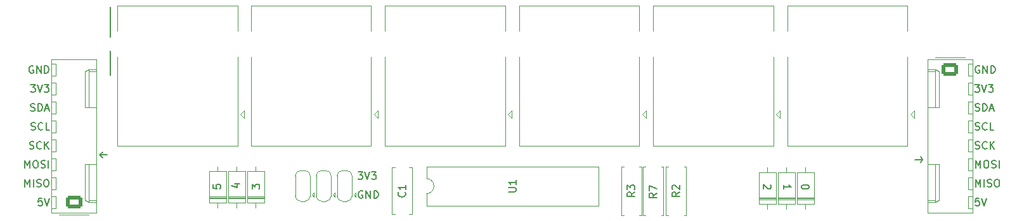
<source format=gto>
G04 #@! TF.GenerationSoftware,KiCad,Pcbnew,7.0.1*
G04 #@! TF.CreationDate,2023-07-05T16:18:13-05:00*
G04 #@! TF.ProjectId,pn5180 mcp23008 breakout board,706e3531-3830-4206-9d63-703233303038,rev?*
G04 #@! TF.SameCoordinates,Original*
G04 #@! TF.FileFunction,Legend,Top*
G04 #@! TF.FilePolarity,Positive*
%FSLAX46Y46*%
G04 Gerber Fmt 4.6, Leading zero omitted, Abs format (unit mm)*
G04 Created by KiCad (PCBNEW 7.0.1) date 2023-07-05 16:18:13*
%MOMM*%
%LPD*%
G01*
G04 APERTURE LIST*
G04 Aperture macros list*
%AMRoundRect*
0 Rectangle with rounded corners*
0 $1 Rounding radius*
0 $2 $3 $4 $5 $6 $7 $8 $9 X,Y pos of 4 corners*
0 Add a 4 corners polygon primitive as box body*
4,1,4,$2,$3,$4,$5,$6,$7,$8,$9,$2,$3,0*
0 Add four circle primitives for the rounded corners*
1,1,$1+$1,$2,$3*
1,1,$1+$1,$4,$5*
1,1,$1+$1,$6,$7*
1,1,$1+$1,$8,$9*
0 Add four rect primitives between the rounded corners*
20,1,$1+$1,$2,$3,$4,$5,0*
20,1,$1+$1,$4,$5,$6,$7,0*
20,1,$1+$1,$6,$7,$8,$9,0*
20,1,$1+$1,$8,$9,$2,$3,0*%
%AMFreePoly0*
4,1,19,0.550000,-0.750000,0.000000,-0.750000,0.000000,-0.744911,-0.071157,-0.744911,-0.207708,-0.704816,-0.327430,-0.627875,-0.420627,-0.520320,-0.479746,-0.390866,-0.500000,-0.250000,-0.500000,0.250000,-0.479746,0.390866,-0.420627,0.520320,-0.327430,0.627875,-0.207708,0.704816,-0.071157,0.744911,0.000000,0.744911,0.000000,0.750000,0.550000,0.750000,0.550000,-0.750000,0.550000,-0.750000,
$1*%
%AMFreePoly1*
4,1,19,0.000000,0.744911,0.071157,0.744911,0.207708,0.704816,0.327430,0.627875,0.420627,0.520320,0.479746,0.390866,0.500000,0.250000,0.500000,-0.250000,0.479746,-0.390866,0.420627,-0.520320,0.327430,-0.627875,0.207708,-0.704816,0.071157,-0.744911,0.000000,-0.744911,0.000000,-0.750000,-0.550000,-0.750000,-0.550000,0.750000,0.000000,0.750000,0.000000,0.744911,0.000000,0.744911,
$1*%
G04 Aperture macros list end*
%ADD10C,0.150000*%
%ADD11C,0.120000*%
%ADD12R,1.600000X1.600000*%
%ADD13O,1.600000X1.600000*%
%ADD14C,3.000000*%
%ADD15C,1.500000*%
%ADD16R,1.500000X1.500000*%
%ADD17C,3.250000*%
%ADD18C,3.200000*%
%ADD19FreePoly0,90.000000*%
%ADD20R,1.500000X1.000000*%
%ADD21FreePoly1,90.000000*%
%ADD22RoundRect,0.250000X-0.845000X0.620000X-0.845000X-0.620000X0.845000X-0.620000X0.845000X0.620000X0*%
%ADD23O,2.190000X1.740000*%
%ADD24C,1.600000*%
%ADD25RoundRect,0.250000X0.845000X-0.620000X0.845000X0.620000X-0.845000X0.620000X-0.845000X-0.620000X0*%
G04 APERTURE END LIST*
D10*
X93853000Y-96774000D02*
X94234000Y-97155000D01*
X93853000Y-96774000D02*
X94234000Y-96393000D01*
X94869000Y-96774000D02*
X93853000Y-96774000D01*
X202692000Y-97409000D02*
X203708000Y-97409000D01*
X203708000Y-97409000D02*
X203454000Y-97790000D01*
X203708000Y-97409000D02*
X203454000Y-97028000D01*
X95250000Y-76962000D02*
X95250000Y-86042500D01*
X210708857Y-87346619D02*
X211327904Y-87346619D01*
X211327904Y-87346619D02*
X210994571Y-87727571D01*
X210994571Y-87727571D02*
X211137428Y-87727571D01*
X211137428Y-87727571D02*
X211232666Y-87775190D01*
X211232666Y-87775190D02*
X211280285Y-87822809D01*
X211280285Y-87822809D02*
X211327904Y-87918047D01*
X211327904Y-87918047D02*
X211327904Y-88156142D01*
X211327904Y-88156142D02*
X211280285Y-88251380D01*
X211280285Y-88251380D02*
X211232666Y-88299000D01*
X211232666Y-88299000D02*
X211137428Y-88346619D01*
X211137428Y-88346619D02*
X210851714Y-88346619D01*
X210851714Y-88346619D02*
X210756476Y-88299000D01*
X210756476Y-88299000D02*
X210708857Y-88251380D01*
X211613619Y-87346619D02*
X211946952Y-88346619D01*
X211946952Y-88346619D02*
X212280285Y-87346619D01*
X212518381Y-87346619D02*
X213137428Y-87346619D01*
X213137428Y-87346619D02*
X212804095Y-87727571D01*
X212804095Y-87727571D02*
X212946952Y-87727571D01*
X212946952Y-87727571D02*
X213042190Y-87775190D01*
X213042190Y-87775190D02*
X213089809Y-87822809D01*
X213089809Y-87822809D02*
X213137428Y-87918047D01*
X213137428Y-87918047D02*
X213137428Y-88156142D01*
X213137428Y-88156142D02*
X213089809Y-88251380D01*
X213089809Y-88251380D02*
X213042190Y-88299000D01*
X213042190Y-88299000D02*
X212946952Y-88346619D01*
X212946952Y-88346619D02*
X212661238Y-88346619D01*
X212661238Y-88346619D02*
X212566000Y-88299000D01*
X212566000Y-88299000D02*
X212518381Y-88251380D01*
X86153761Y-102586619D02*
X85677571Y-102586619D01*
X85677571Y-102586619D02*
X85629952Y-103062809D01*
X85629952Y-103062809D02*
X85677571Y-103015190D01*
X85677571Y-103015190D02*
X85772809Y-102967571D01*
X85772809Y-102967571D02*
X86010904Y-102967571D01*
X86010904Y-102967571D02*
X86106142Y-103015190D01*
X86106142Y-103015190D02*
X86153761Y-103062809D01*
X86153761Y-103062809D02*
X86201380Y-103158047D01*
X86201380Y-103158047D02*
X86201380Y-103396142D01*
X86201380Y-103396142D02*
X86153761Y-103491380D01*
X86153761Y-103491380D02*
X86106142Y-103539000D01*
X86106142Y-103539000D02*
X86010904Y-103586619D01*
X86010904Y-103586619D02*
X85772809Y-103586619D01*
X85772809Y-103586619D02*
X85677571Y-103539000D01*
X85677571Y-103539000D02*
X85629952Y-103491380D01*
X86487095Y-102586619D02*
X86820428Y-103586619D01*
X86820428Y-103586619D02*
X87153761Y-102586619D01*
X83868048Y-98506619D02*
X83868048Y-97506619D01*
X83868048Y-97506619D02*
X84201381Y-98220904D01*
X84201381Y-98220904D02*
X84534714Y-97506619D01*
X84534714Y-97506619D02*
X84534714Y-98506619D01*
X85201381Y-97506619D02*
X85391857Y-97506619D01*
X85391857Y-97506619D02*
X85487095Y-97554238D01*
X85487095Y-97554238D02*
X85582333Y-97649476D01*
X85582333Y-97649476D02*
X85629952Y-97839952D01*
X85629952Y-97839952D02*
X85629952Y-98173285D01*
X85629952Y-98173285D02*
X85582333Y-98363761D01*
X85582333Y-98363761D02*
X85487095Y-98459000D01*
X85487095Y-98459000D02*
X85391857Y-98506619D01*
X85391857Y-98506619D02*
X85201381Y-98506619D01*
X85201381Y-98506619D02*
X85106143Y-98459000D01*
X85106143Y-98459000D02*
X85010905Y-98363761D01*
X85010905Y-98363761D02*
X84963286Y-98173285D01*
X84963286Y-98173285D02*
X84963286Y-97839952D01*
X84963286Y-97839952D02*
X85010905Y-97649476D01*
X85010905Y-97649476D02*
X85106143Y-97554238D01*
X85106143Y-97554238D02*
X85201381Y-97506619D01*
X86010905Y-98459000D02*
X86153762Y-98506619D01*
X86153762Y-98506619D02*
X86391857Y-98506619D01*
X86391857Y-98506619D02*
X86487095Y-98459000D01*
X86487095Y-98459000D02*
X86534714Y-98411380D01*
X86534714Y-98411380D02*
X86582333Y-98316142D01*
X86582333Y-98316142D02*
X86582333Y-98220904D01*
X86582333Y-98220904D02*
X86534714Y-98125666D01*
X86534714Y-98125666D02*
X86487095Y-98078047D01*
X86487095Y-98078047D02*
X86391857Y-98030428D01*
X86391857Y-98030428D02*
X86201381Y-97982809D01*
X86201381Y-97982809D02*
X86106143Y-97935190D01*
X86106143Y-97935190D02*
X86058524Y-97887571D01*
X86058524Y-97887571D02*
X86010905Y-97792333D01*
X86010905Y-97792333D02*
X86010905Y-97697095D01*
X86010905Y-97697095D02*
X86058524Y-97601857D01*
X86058524Y-97601857D02*
X86106143Y-97554238D01*
X86106143Y-97554238D02*
X86201381Y-97506619D01*
X86201381Y-97506619D02*
X86439476Y-97506619D01*
X86439476Y-97506619D02*
X86582333Y-97554238D01*
X87010905Y-98506619D02*
X87010905Y-97506619D01*
X128332857Y-99047619D02*
X128951904Y-99047619D01*
X128951904Y-99047619D02*
X128618571Y-99428571D01*
X128618571Y-99428571D02*
X128761428Y-99428571D01*
X128761428Y-99428571D02*
X128856666Y-99476190D01*
X128856666Y-99476190D02*
X128904285Y-99523809D01*
X128904285Y-99523809D02*
X128951904Y-99619047D01*
X128951904Y-99619047D02*
X128951904Y-99857142D01*
X128951904Y-99857142D02*
X128904285Y-99952380D01*
X128904285Y-99952380D02*
X128856666Y-100000000D01*
X128856666Y-100000000D02*
X128761428Y-100047619D01*
X128761428Y-100047619D02*
X128475714Y-100047619D01*
X128475714Y-100047619D02*
X128380476Y-100000000D01*
X128380476Y-100000000D02*
X128332857Y-99952380D01*
X129237619Y-99047619D02*
X129570952Y-100047619D01*
X129570952Y-100047619D02*
X129904285Y-99047619D01*
X130142381Y-99047619D02*
X130761428Y-99047619D01*
X130761428Y-99047619D02*
X130428095Y-99428571D01*
X130428095Y-99428571D02*
X130570952Y-99428571D01*
X130570952Y-99428571D02*
X130666190Y-99476190D01*
X130666190Y-99476190D02*
X130713809Y-99523809D01*
X130713809Y-99523809D02*
X130761428Y-99619047D01*
X130761428Y-99619047D02*
X130761428Y-99857142D01*
X130761428Y-99857142D02*
X130713809Y-99952380D01*
X130713809Y-99952380D02*
X130666190Y-100000000D01*
X130666190Y-100000000D02*
X130570952Y-100047619D01*
X130570952Y-100047619D02*
X130285238Y-100047619D01*
X130285238Y-100047619D02*
X130190000Y-100000000D01*
X130190000Y-100000000D02*
X130142381Y-99952380D01*
X83868048Y-101046619D02*
X83868048Y-100046619D01*
X83868048Y-100046619D02*
X84201381Y-100760904D01*
X84201381Y-100760904D02*
X84534714Y-100046619D01*
X84534714Y-100046619D02*
X84534714Y-101046619D01*
X85010905Y-101046619D02*
X85010905Y-100046619D01*
X85439476Y-100999000D02*
X85582333Y-101046619D01*
X85582333Y-101046619D02*
X85820428Y-101046619D01*
X85820428Y-101046619D02*
X85915666Y-100999000D01*
X85915666Y-100999000D02*
X85963285Y-100951380D01*
X85963285Y-100951380D02*
X86010904Y-100856142D01*
X86010904Y-100856142D02*
X86010904Y-100760904D01*
X86010904Y-100760904D02*
X85963285Y-100665666D01*
X85963285Y-100665666D02*
X85915666Y-100618047D01*
X85915666Y-100618047D02*
X85820428Y-100570428D01*
X85820428Y-100570428D02*
X85629952Y-100522809D01*
X85629952Y-100522809D02*
X85534714Y-100475190D01*
X85534714Y-100475190D02*
X85487095Y-100427571D01*
X85487095Y-100427571D02*
X85439476Y-100332333D01*
X85439476Y-100332333D02*
X85439476Y-100237095D01*
X85439476Y-100237095D02*
X85487095Y-100141857D01*
X85487095Y-100141857D02*
X85534714Y-100094238D01*
X85534714Y-100094238D02*
X85629952Y-100046619D01*
X85629952Y-100046619D02*
X85868047Y-100046619D01*
X85868047Y-100046619D02*
X86010904Y-100094238D01*
X86629952Y-100046619D02*
X86820428Y-100046619D01*
X86820428Y-100046619D02*
X86915666Y-100094238D01*
X86915666Y-100094238D02*
X87010904Y-100189476D01*
X87010904Y-100189476D02*
X87058523Y-100379952D01*
X87058523Y-100379952D02*
X87058523Y-100713285D01*
X87058523Y-100713285D02*
X87010904Y-100903761D01*
X87010904Y-100903761D02*
X86915666Y-100999000D01*
X86915666Y-100999000D02*
X86820428Y-101046619D01*
X86820428Y-101046619D02*
X86629952Y-101046619D01*
X86629952Y-101046619D02*
X86534714Y-100999000D01*
X86534714Y-100999000D02*
X86439476Y-100903761D01*
X86439476Y-100903761D02*
X86391857Y-100713285D01*
X86391857Y-100713285D02*
X86391857Y-100379952D01*
X86391857Y-100379952D02*
X86439476Y-100189476D01*
X86439476Y-100189476D02*
X86534714Y-100094238D01*
X86534714Y-100094238D02*
X86629952Y-100046619D01*
X211327904Y-84854238D02*
X211232666Y-84806619D01*
X211232666Y-84806619D02*
X211089809Y-84806619D01*
X211089809Y-84806619D02*
X210946952Y-84854238D01*
X210946952Y-84854238D02*
X210851714Y-84949476D01*
X210851714Y-84949476D02*
X210804095Y-85044714D01*
X210804095Y-85044714D02*
X210756476Y-85235190D01*
X210756476Y-85235190D02*
X210756476Y-85378047D01*
X210756476Y-85378047D02*
X210804095Y-85568523D01*
X210804095Y-85568523D02*
X210851714Y-85663761D01*
X210851714Y-85663761D02*
X210946952Y-85759000D01*
X210946952Y-85759000D02*
X211089809Y-85806619D01*
X211089809Y-85806619D02*
X211185047Y-85806619D01*
X211185047Y-85806619D02*
X211327904Y-85759000D01*
X211327904Y-85759000D02*
X211375523Y-85711380D01*
X211375523Y-85711380D02*
X211375523Y-85378047D01*
X211375523Y-85378047D02*
X211185047Y-85378047D01*
X211804095Y-85806619D02*
X211804095Y-84806619D01*
X211804095Y-84806619D02*
X212375523Y-85806619D01*
X212375523Y-85806619D02*
X212375523Y-84806619D01*
X212851714Y-85806619D02*
X212851714Y-84806619D01*
X212851714Y-84806619D02*
X213089809Y-84806619D01*
X213089809Y-84806619D02*
X213232666Y-84854238D01*
X213232666Y-84854238D02*
X213327904Y-84949476D01*
X213327904Y-84949476D02*
X213375523Y-85044714D01*
X213375523Y-85044714D02*
X213423142Y-85235190D01*
X213423142Y-85235190D02*
X213423142Y-85378047D01*
X213423142Y-85378047D02*
X213375523Y-85568523D01*
X213375523Y-85568523D02*
X213327904Y-85663761D01*
X213327904Y-85663761D02*
X213232666Y-85759000D01*
X213232666Y-85759000D02*
X213089809Y-85806619D01*
X213089809Y-85806619D02*
X212851714Y-85806619D01*
X84629952Y-90839000D02*
X84772809Y-90886619D01*
X84772809Y-90886619D02*
X85010904Y-90886619D01*
X85010904Y-90886619D02*
X85106142Y-90839000D01*
X85106142Y-90839000D02*
X85153761Y-90791380D01*
X85153761Y-90791380D02*
X85201380Y-90696142D01*
X85201380Y-90696142D02*
X85201380Y-90600904D01*
X85201380Y-90600904D02*
X85153761Y-90505666D01*
X85153761Y-90505666D02*
X85106142Y-90458047D01*
X85106142Y-90458047D02*
X85010904Y-90410428D01*
X85010904Y-90410428D02*
X84820428Y-90362809D01*
X84820428Y-90362809D02*
X84725190Y-90315190D01*
X84725190Y-90315190D02*
X84677571Y-90267571D01*
X84677571Y-90267571D02*
X84629952Y-90172333D01*
X84629952Y-90172333D02*
X84629952Y-90077095D01*
X84629952Y-90077095D02*
X84677571Y-89981857D01*
X84677571Y-89981857D02*
X84725190Y-89934238D01*
X84725190Y-89934238D02*
X84820428Y-89886619D01*
X84820428Y-89886619D02*
X85058523Y-89886619D01*
X85058523Y-89886619D02*
X85201380Y-89934238D01*
X85629952Y-90886619D02*
X85629952Y-89886619D01*
X85629952Y-89886619D02*
X85868047Y-89886619D01*
X85868047Y-89886619D02*
X86010904Y-89934238D01*
X86010904Y-89934238D02*
X86106142Y-90029476D01*
X86106142Y-90029476D02*
X86153761Y-90124714D01*
X86153761Y-90124714D02*
X86201380Y-90315190D01*
X86201380Y-90315190D02*
X86201380Y-90458047D01*
X86201380Y-90458047D02*
X86153761Y-90648523D01*
X86153761Y-90648523D02*
X86106142Y-90743761D01*
X86106142Y-90743761D02*
X86010904Y-90839000D01*
X86010904Y-90839000D02*
X85868047Y-90886619D01*
X85868047Y-90886619D02*
X85629952Y-90886619D01*
X86582333Y-90600904D02*
X87058523Y-90600904D01*
X86487095Y-90886619D02*
X86820428Y-89886619D01*
X86820428Y-89886619D02*
X87153761Y-90886619D01*
X211280285Y-102586619D02*
X210804095Y-102586619D01*
X210804095Y-102586619D02*
X210756476Y-103062809D01*
X210756476Y-103062809D02*
X210804095Y-103015190D01*
X210804095Y-103015190D02*
X210899333Y-102967571D01*
X210899333Y-102967571D02*
X211137428Y-102967571D01*
X211137428Y-102967571D02*
X211232666Y-103015190D01*
X211232666Y-103015190D02*
X211280285Y-103062809D01*
X211280285Y-103062809D02*
X211327904Y-103158047D01*
X211327904Y-103158047D02*
X211327904Y-103396142D01*
X211327904Y-103396142D02*
X211280285Y-103491380D01*
X211280285Y-103491380D02*
X211232666Y-103539000D01*
X211232666Y-103539000D02*
X211137428Y-103586619D01*
X211137428Y-103586619D02*
X210899333Y-103586619D01*
X210899333Y-103586619D02*
X210804095Y-103539000D01*
X210804095Y-103539000D02*
X210756476Y-103491380D01*
X211613619Y-102586619D02*
X211946952Y-103586619D01*
X211946952Y-103586619D02*
X212280285Y-102586619D01*
X108986619Y-100758714D02*
X108986619Y-101234904D01*
X108986619Y-101234904D02*
X109462809Y-101282523D01*
X109462809Y-101282523D02*
X109415190Y-101234904D01*
X109415190Y-101234904D02*
X109367571Y-101139666D01*
X109367571Y-101139666D02*
X109367571Y-100901571D01*
X109367571Y-100901571D02*
X109415190Y-100806333D01*
X109415190Y-100806333D02*
X109462809Y-100758714D01*
X109462809Y-100758714D02*
X109558047Y-100711095D01*
X109558047Y-100711095D02*
X109796142Y-100711095D01*
X109796142Y-100711095D02*
X109891380Y-100758714D01*
X109891380Y-100758714D02*
X109939000Y-100806333D01*
X109939000Y-100806333D02*
X109986619Y-100901571D01*
X109986619Y-100901571D02*
X109986619Y-101139666D01*
X109986619Y-101139666D02*
X109939000Y-101234904D01*
X109939000Y-101234904D02*
X109891380Y-101282523D01*
X84963285Y-84854238D02*
X84868047Y-84806619D01*
X84868047Y-84806619D02*
X84725190Y-84806619D01*
X84725190Y-84806619D02*
X84582333Y-84854238D01*
X84582333Y-84854238D02*
X84487095Y-84949476D01*
X84487095Y-84949476D02*
X84439476Y-85044714D01*
X84439476Y-85044714D02*
X84391857Y-85235190D01*
X84391857Y-85235190D02*
X84391857Y-85378047D01*
X84391857Y-85378047D02*
X84439476Y-85568523D01*
X84439476Y-85568523D02*
X84487095Y-85663761D01*
X84487095Y-85663761D02*
X84582333Y-85759000D01*
X84582333Y-85759000D02*
X84725190Y-85806619D01*
X84725190Y-85806619D02*
X84820428Y-85806619D01*
X84820428Y-85806619D02*
X84963285Y-85759000D01*
X84963285Y-85759000D02*
X85010904Y-85711380D01*
X85010904Y-85711380D02*
X85010904Y-85378047D01*
X85010904Y-85378047D02*
X84820428Y-85378047D01*
X85439476Y-85806619D02*
X85439476Y-84806619D01*
X85439476Y-84806619D02*
X86010904Y-85806619D01*
X86010904Y-85806619D02*
X86010904Y-84806619D01*
X86487095Y-85806619D02*
X86487095Y-84806619D01*
X86487095Y-84806619D02*
X86725190Y-84806619D01*
X86725190Y-84806619D02*
X86868047Y-84854238D01*
X86868047Y-84854238D02*
X86963285Y-84949476D01*
X86963285Y-84949476D02*
X87010904Y-85044714D01*
X87010904Y-85044714D02*
X87058523Y-85235190D01*
X87058523Y-85235190D02*
X87058523Y-85378047D01*
X87058523Y-85378047D02*
X87010904Y-85568523D01*
X87010904Y-85568523D02*
X86963285Y-85663761D01*
X86963285Y-85663761D02*
X86868047Y-85759000D01*
X86868047Y-85759000D02*
X86725190Y-85806619D01*
X86725190Y-85806619D02*
X86487095Y-85806619D01*
X111859952Y-100679333D02*
X112526619Y-100679333D01*
X111479000Y-100917428D02*
X112193285Y-101155523D01*
X112193285Y-101155523D02*
X112193285Y-100536476D01*
X210756476Y-95919000D02*
X210899333Y-95966619D01*
X210899333Y-95966619D02*
X211137428Y-95966619D01*
X211137428Y-95966619D02*
X211232666Y-95919000D01*
X211232666Y-95919000D02*
X211280285Y-95871380D01*
X211280285Y-95871380D02*
X211327904Y-95776142D01*
X211327904Y-95776142D02*
X211327904Y-95680904D01*
X211327904Y-95680904D02*
X211280285Y-95585666D01*
X211280285Y-95585666D02*
X211232666Y-95538047D01*
X211232666Y-95538047D02*
X211137428Y-95490428D01*
X211137428Y-95490428D02*
X210946952Y-95442809D01*
X210946952Y-95442809D02*
X210851714Y-95395190D01*
X210851714Y-95395190D02*
X210804095Y-95347571D01*
X210804095Y-95347571D02*
X210756476Y-95252333D01*
X210756476Y-95252333D02*
X210756476Y-95157095D01*
X210756476Y-95157095D02*
X210804095Y-95061857D01*
X210804095Y-95061857D02*
X210851714Y-95014238D01*
X210851714Y-95014238D02*
X210946952Y-94966619D01*
X210946952Y-94966619D02*
X211185047Y-94966619D01*
X211185047Y-94966619D02*
X211327904Y-95014238D01*
X212327904Y-95871380D02*
X212280285Y-95919000D01*
X212280285Y-95919000D02*
X212137428Y-95966619D01*
X212137428Y-95966619D02*
X212042190Y-95966619D01*
X212042190Y-95966619D02*
X211899333Y-95919000D01*
X211899333Y-95919000D02*
X211804095Y-95823761D01*
X211804095Y-95823761D02*
X211756476Y-95728523D01*
X211756476Y-95728523D02*
X211708857Y-95538047D01*
X211708857Y-95538047D02*
X211708857Y-95395190D01*
X211708857Y-95395190D02*
X211756476Y-95204714D01*
X211756476Y-95204714D02*
X211804095Y-95109476D01*
X211804095Y-95109476D02*
X211899333Y-95014238D01*
X211899333Y-95014238D02*
X212042190Y-94966619D01*
X212042190Y-94966619D02*
X212137428Y-94966619D01*
X212137428Y-94966619D02*
X212280285Y-95014238D01*
X212280285Y-95014238D02*
X212327904Y-95061857D01*
X212756476Y-95966619D02*
X212756476Y-94966619D01*
X213327904Y-95966619D02*
X212899333Y-95395190D01*
X213327904Y-94966619D02*
X212756476Y-95538047D01*
X188574380Y-101012571D02*
X188574380Y-101107809D01*
X188574380Y-101107809D02*
X188526761Y-101203047D01*
X188526761Y-101203047D02*
X188479142Y-101250666D01*
X188479142Y-101250666D02*
X188383904Y-101298285D01*
X188383904Y-101298285D02*
X188193428Y-101345904D01*
X188193428Y-101345904D02*
X187955333Y-101345904D01*
X187955333Y-101345904D02*
X187764857Y-101298285D01*
X187764857Y-101298285D02*
X187669619Y-101250666D01*
X187669619Y-101250666D02*
X187622000Y-101203047D01*
X187622000Y-101203047D02*
X187574380Y-101107809D01*
X187574380Y-101107809D02*
X187574380Y-101012571D01*
X187574380Y-101012571D02*
X187622000Y-100917333D01*
X187622000Y-100917333D02*
X187669619Y-100869714D01*
X187669619Y-100869714D02*
X187764857Y-100822095D01*
X187764857Y-100822095D02*
X187955333Y-100774476D01*
X187955333Y-100774476D02*
X188193428Y-100774476D01*
X188193428Y-100774476D02*
X188383904Y-100822095D01*
X188383904Y-100822095D02*
X188479142Y-100869714D01*
X188479142Y-100869714D02*
X188526761Y-100917333D01*
X188526761Y-100917333D02*
X188574380Y-101012571D01*
X185161380Y-101345904D02*
X185161380Y-100774476D01*
X185161380Y-101060190D02*
X186161380Y-101060190D01*
X186161380Y-101060190D02*
X186018523Y-100964952D01*
X186018523Y-100964952D02*
X185923285Y-100869714D01*
X185923285Y-100869714D02*
X185875666Y-100774476D01*
X84487095Y-95919000D02*
X84629952Y-95966619D01*
X84629952Y-95966619D02*
X84868047Y-95966619D01*
X84868047Y-95966619D02*
X84963285Y-95919000D01*
X84963285Y-95919000D02*
X85010904Y-95871380D01*
X85010904Y-95871380D02*
X85058523Y-95776142D01*
X85058523Y-95776142D02*
X85058523Y-95680904D01*
X85058523Y-95680904D02*
X85010904Y-95585666D01*
X85010904Y-95585666D02*
X84963285Y-95538047D01*
X84963285Y-95538047D02*
X84868047Y-95490428D01*
X84868047Y-95490428D02*
X84677571Y-95442809D01*
X84677571Y-95442809D02*
X84582333Y-95395190D01*
X84582333Y-95395190D02*
X84534714Y-95347571D01*
X84534714Y-95347571D02*
X84487095Y-95252333D01*
X84487095Y-95252333D02*
X84487095Y-95157095D01*
X84487095Y-95157095D02*
X84534714Y-95061857D01*
X84534714Y-95061857D02*
X84582333Y-95014238D01*
X84582333Y-95014238D02*
X84677571Y-94966619D01*
X84677571Y-94966619D02*
X84915666Y-94966619D01*
X84915666Y-94966619D02*
X85058523Y-95014238D01*
X86058523Y-95871380D02*
X86010904Y-95919000D01*
X86010904Y-95919000D02*
X85868047Y-95966619D01*
X85868047Y-95966619D02*
X85772809Y-95966619D01*
X85772809Y-95966619D02*
X85629952Y-95919000D01*
X85629952Y-95919000D02*
X85534714Y-95823761D01*
X85534714Y-95823761D02*
X85487095Y-95728523D01*
X85487095Y-95728523D02*
X85439476Y-95538047D01*
X85439476Y-95538047D02*
X85439476Y-95395190D01*
X85439476Y-95395190D02*
X85487095Y-95204714D01*
X85487095Y-95204714D02*
X85534714Y-95109476D01*
X85534714Y-95109476D02*
X85629952Y-95014238D01*
X85629952Y-95014238D02*
X85772809Y-94966619D01*
X85772809Y-94966619D02*
X85868047Y-94966619D01*
X85868047Y-94966619D02*
X86010904Y-95014238D01*
X86010904Y-95014238D02*
X86058523Y-95061857D01*
X86487095Y-95966619D02*
X86487095Y-94966619D01*
X87058523Y-95966619D02*
X86629952Y-95395190D01*
X87058523Y-94966619D02*
X86487095Y-95538047D01*
X128951904Y-101635238D02*
X128856666Y-101587619D01*
X128856666Y-101587619D02*
X128713809Y-101587619D01*
X128713809Y-101587619D02*
X128570952Y-101635238D01*
X128570952Y-101635238D02*
X128475714Y-101730476D01*
X128475714Y-101730476D02*
X128428095Y-101825714D01*
X128428095Y-101825714D02*
X128380476Y-102016190D01*
X128380476Y-102016190D02*
X128380476Y-102159047D01*
X128380476Y-102159047D02*
X128428095Y-102349523D01*
X128428095Y-102349523D02*
X128475714Y-102444761D01*
X128475714Y-102444761D02*
X128570952Y-102540000D01*
X128570952Y-102540000D02*
X128713809Y-102587619D01*
X128713809Y-102587619D02*
X128809047Y-102587619D01*
X128809047Y-102587619D02*
X128951904Y-102540000D01*
X128951904Y-102540000D02*
X128999523Y-102492380D01*
X128999523Y-102492380D02*
X128999523Y-102159047D01*
X128999523Y-102159047D02*
X128809047Y-102159047D01*
X129428095Y-102587619D02*
X129428095Y-101587619D01*
X129428095Y-101587619D02*
X129999523Y-102587619D01*
X129999523Y-102587619D02*
X129999523Y-101587619D01*
X130475714Y-102587619D02*
X130475714Y-101587619D01*
X130475714Y-101587619D02*
X130713809Y-101587619D01*
X130713809Y-101587619D02*
X130856666Y-101635238D01*
X130856666Y-101635238D02*
X130951904Y-101730476D01*
X130951904Y-101730476D02*
X130999523Y-101825714D01*
X130999523Y-101825714D02*
X131047142Y-102016190D01*
X131047142Y-102016190D02*
X131047142Y-102159047D01*
X131047142Y-102159047D02*
X130999523Y-102349523D01*
X130999523Y-102349523D02*
X130951904Y-102444761D01*
X130951904Y-102444761D02*
X130856666Y-102540000D01*
X130856666Y-102540000D02*
X130713809Y-102587619D01*
X130713809Y-102587619D02*
X130475714Y-102587619D01*
X210804095Y-101046619D02*
X210804095Y-100046619D01*
X210804095Y-100046619D02*
X211137428Y-100760904D01*
X211137428Y-100760904D02*
X211470761Y-100046619D01*
X211470761Y-100046619D02*
X211470761Y-101046619D01*
X211946952Y-101046619D02*
X211946952Y-100046619D01*
X212375523Y-100999000D02*
X212518380Y-101046619D01*
X212518380Y-101046619D02*
X212756475Y-101046619D01*
X212756475Y-101046619D02*
X212851713Y-100999000D01*
X212851713Y-100999000D02*
X212899332Y-100951380D01*
X212899332Y-100951380D02*
X212946951Y-100856142D01*
X212946951Y-100856142D02*
X212946951Y-100760904D01*
X212946951Y-100760904D02*
X212899332Y-100665666D01*
X212899332Y-100665666D02*
X212851713Y-100618047D01*
X212851713Y-100618047D02*
X212756475Y-100570428D01*
X212756475Y-100570428D02*
X212565999Y-100522809D01*
X212565999Y-100522809D02*
X212470761Y-100475190D01*
X212470761Y-100475190D02*
X212423142Y-100427571D01*
X212423142Y-100427571D02*
X212375523Y-100332333D01*
X212375523Y-100332333D02*
X212375523Y-100237095D01*
X212375523Y-100237095D02*
X212423142Y-100141857D01*
X212423142Y-100141857D02*
X212470761Y-100094238D01*
X212470761Y-100094238D02*
X212565999Y-100046619D01*
X212565999Y-100046619D02*
X212804094Y-100046619D01*
X212804094Y-100046619D02*
X212946951Y-100094238D01*
X213565999Y-100046619D02*
X213756475Y-100046619D01*
X213756475Y-100046619D02*
X213851713Y-100094238D01*
X213851713Y-100094238D02*
X213946951Y-100189476D01*
X213946951Y-100189476D02*
X213994570Y-100379952D01*
X213994570Y-100379952D02*
X213994570Y-100713285D01*
X213994570Y-100713285D02*
X213946951Y-100903761D01*
X213946951Y-100903761D02*
X213851713Y-100999000D01*
X213851713Y-100999000D02*
X213756475Y-101046619D01*
X213756475Y-101046619D02*
X213565999Y-101046619D01*
X213565999Y-101046619D02*
X213470761Y-100999000D01*
X213470761Y-100999000D02*
X213375523Y-100903761D01*
X213375523Y-100903761D02*
X213327904Y-100713285D01*
X213327904Y-100713285D02*
X213327904Y-100379952D01*
X213327904Y-100379952D02*
X213375523Y-100189476D01*
X213375523Y-100189476D02*
X213470761Y-100094238D01*
X213470761Y-100094238D02*
X213565999Y-100046619D01*
X210756476Y-90839000D02*
X210899333Y-90886619D01*
X210899333Y-90886619D02*
X211137428Y-90886619D01*
X211137428Y-90886619D02*
X211232666Y-90839000D01*
X211232666Y-90839000D02*
X211280285Y-90791380D01*
X211280285Y-90791380D02*
X211327904Y-90696142D01*
X211327904Y-90696142D02*
X211327904Y-90600904D01*
X211327904Y-90600904D02*
X211280285Y-90505666D01*
X211280285Y-90505666D02*
X211232666Y-90458047D01*
X211232666Y-90458047D02*
X211137428Y-90410428D01*
X211137428Y-90410428D02*
X210946952Y-90362809D01*
X210946952Y-90362809D02*
X210851714Y-90315190D01*
X210851714Y-90315190D02*
X210804095Y-90267571D01*
X210804095Y-90267571D02*
X210756476Y-90172333D01*
X210756476Y-90172333D02*
X210756476Y-90077095D01*
X210756476Y-90077095D02*
X210804095Y-89981857D01*
X210804095Y-89981857D02*
X210851714Y-89934238D01*
X210851714Y-89934238D02*
X210946952Y-89886619D01*
X210946952Y-89886619D02*
X211185047Y-89886619D01*
X211185047Y-89886619D02*
X211327904Y-89934238D01*
X211756476Y-90886619D02*
X211756476Y-89886619D01*
X211756476Y-89886619D02*
X211994571Y-89886619D01*
X211994571Y-89886619D02*
X212137428Y-89934238D01*
X212137428Y-89934238D02*
X212232666Y-90029476D01*
X212232666Y-90029476D02*
X212280285Y-90124714D01*
X212280285Y-90124714D02*
X212327904Y-90315190D01*
X212327904Y-90315190D02*
X212327904Y-90458047D01*
X212327904Y-90458047D02*
X212280285Y-90648523D01*
X212280285Y-90648523D02*
X212232666Y-90743761D01*
X212232666Y-90743761D02*
X212137428Y-90839000D01*
X212137428Y-90839000D02*
X211994571Y-90886619D01*
X211994571Y-90886619D02*
X211756476Y-90886619D01*
X212708857Y-90600904D02*
X213185047Y-90600904D01*
X212613619Y-90886619D02*
X212946952Y-89886619D01*
X212946952Y-89886619D02*
X213280285Y-90886619D01*
X84677571Y-93379000D02*
X84820428Y-93426619D01*
X84820428Y-93426619D02*
X85058523Y-93426619D01*
X85058523Y-93426619D02*
X85153761Y-93379000D01*
X85153761Y-93379000D02*
X85201380Y-93331380D01*
X85201380Y-93331380D02*
X85248999Y-93236142D01*
X85248999Y-93236142D02*
X85248999Y-93140904D01*
X85248999Y-93140904D02*
X85201380Y-93045666D01*
X85201380Y-93045666D02*
X85153761Y-92998047D01*
X85153761Y-92998047D02*
X85058523Y-92950428D01*
X85058523Y-92950428D02*
X84868047Y-92902809D01*
X84868047Y-92902809D02*
X84772809Y-92855190D01*
X84772809Y-92855190D02*
X84725190Y-92807571D01*
X84725190Y-92807571D02*
X84677571Y-92712333D01*
X84677571Y-92712333D02*
X84677571Y-92617095D01*
X84677571Y-92617095D02*
X84725190Y-92521857D01*
X84725190Y-92521857D02*
X84772809Y-92474238D01*
X84772809Y-92474238D02*
X84868047Y-92426619D01*
X84868047Y-92426619D02*
X85106142Y-92426619D01*
X85106142Y-92426619D02*
X85248999Y-92474238D01*
X86248999Y-93331380D02*
X86201380Y-93379000D01*
X86201380Y-93379000D02*
X86058523Y-93426619D01*
X86058523Y-93426619D02*
X85963285Y-93426619D01*
X85963285Y-93426619D02*
X85820428Y-93379000D01*
X85820428Y-93379000D02*
X85725190Y-93283761D01*
X85725190Y-93283761D02*
X85677571Y-93188523D01*
X85677571Y-93188523D02*
X85629952Y-92998047D01*
X85629952Y-92998047D02*
X85629952Y-92855190D01*
X85629952Y-92855190D02*
X85677571Y-92664714D01*
X85677571Y-92664714D02*
X85725190Y-92569476D01*
X85725190Y-92569476D02*
X85820428Y-92474238D01*
X85820428Y-92474238D02*
X85963285Y-92426619D01*
X85963285Y-92426619D02*
X86058523Y-92426619D01*
X86058523Y-92426619D02*
X86201380Y-92474238D01*
X86201380Y-92474238D02*
X86248999Y-92521857D01*
X87153761Y-93426619D02*
X86677571Y-93426619D01*
X86677571Y-93426619D02*
X86677571Y-92426619D01*
X183399142Y-100774476D02*
X183446761Y-100822095D01*
X183446761Y-100822095D02*
X183494380Y-100917333D01*
X183494380Y-100917333D02*
X183494380Y-101155428D01*
X183494380Y-101155428D02*
X183446761Y-101250666D01*
X183446761Y-101250666D02*
X183399142Y-101298285D01*
X183399142Y-101298285D02*
X183303904Y-101345904D01*
X183303904Y-101345904D02*
X183208666Y-101345904D01*
X183208666Y-101345904D02*
X183065809Y-101298285D01*
X183065809Y-101298285D02*
X182494380Y-100726857D01*
X182494380Y-100726857D02*
X182494380Y-101345904D01*
X210804095Y-98506619D02*
X210804095Y-97506619D01*
X210804095Y-97506619D02*
X211137428Y-98220904D01*
X211137428Y-98220904D02*
X211470761Y-97506619D01*
X211470761Y-97506619D02*
X211470761Y-98506619D01*
X212137428Y-97506619D02*
X212327904Y-97506619D01*
X212327904Y-97506619D02*
X212423142Y-97554238D01*
X212423142Y-97554238D02*
X212518380Y-97649476D01*
X212518380Y-97649476D02*
X212565999Y-97839952D01*
X212565999Y-97839952D02*
X212565999Y-98173285D01*
X212565999Y-98173285D02*
X212518380Y-98363761D01*
X212518380Y-98363761D02*
X212423142Y-98459000D01*
X212423142Y-98459000D02*
X212327904Y-98506619D01*
X212327904Y-98506619D02*
X212137428Y-98506619D01*
X212137428Y-98506619D02*
X212042190Y-98459000D01*
X212042190Y-98459000D02*
X211946952Y-98363761D01*
X211946952Y-98363761D02*
X211899333Y-98173285D01*
X211899333Y-98173285D02*
X211899333Y-97839952D01*
X211899333Y-97839952D02*
X211946952Y-97649476D01*
X211946952Y-97649476D02*
X212042190Y-97554238D01*
X212042190Y-97554238D02*
X212137428Y-97506619D01*
X212946952Y-98459000D02*
X213089809Y-98506619D01*
X213089809Y-98506619D02*
X213327904Y-98506619D01*
X213327904Y-98506619D02*
X213423142Y-98459000D01*
X213423142Y-98459000D02*
X213470761Y-98411380D01*
X213470761Y-98411380D02*
X213518380Y-98316142D01*
X213518380Y-98316142D02*
X213518380Y-98220904D01*
X213518380Y-98220904D02*
X213470761Y-98125666D01*
X213470761Y-98125666D02*
X213423142Y-98078047D01*
X213423142Y-98078047D02*
X213327904Y-98030428D01*
X213327904Y-98030428D02*
X213137428Y-97982809D01*
X213137428Y-97982809D02*
X213042190Y-97935190D01*
X213042190Y-97935190D02*
X212994571Y-97887571D01*
X212994571Y-97887571D02*
X212946952Y-97792333D01*
X212946952Y-97792333D02*
X212946952Y-97697095D01*
X212946952Y-97697095D02*
X212994571Y-97601857D01*
X212994571Y-97601857D02*
X213042190Y-97554238D01*
X213042190Y-97554238D02*
X213137428Y-97506619D01*
X213137428Y-97506619D02*
X213375523Y-97506619D01*
X213375523Y-97506619D02*
X213518380Y-97554238D01*
X213946952Y-98506619D02*
X213946952Y-97506619D01*
X210756476Y-93379000D02*
X210899333Y-93426619D01*
X210899333Y-93426619D02*
X211137428Y-93426619D01*
X211137428Y-93426619D02*
X211232666Y-93379000D01*
X211232666Y-93379000D02*
X211280285Y-93331380D01*
X211280285Y-93331380D02*
X211327904Y-93236142D01*
X211327904Y-93236142D02*
X211327904Y-93140904D01*
X211327904Y-93140904D02*
X211280285Y-93045666D01*
X211280285Y-93045666D02*
X211232666Y-92998047D01*
X211232666Y-92998047D02*
X211137428Y-92950428D01*
X211137428Y-92950428D02*
X210946952Y-92902809D01*
X210946952Y-92902809D02*
X210851714Y-92855190D01*
X210851714Y-92855190D02*
X210804095Y-92807571D01*
X210804095Y-92807571D02*
X210756476Y-92712333D01*
X210756476Y-92712333D02*
X210756476Y-92617095D01*
X210756476Y-92617095D02*
X210804095Y-92521857D01*
X210804095Y-92521857D02*
X210851714Y-92474238D01*
X210851714Y-92474238D02*
X210946952Y-92426619D01*
X210946952Y-92426619D02*
X211185047Y-92426619D01*
X211185047Y-92426619D02*
X211327904Y-92474238D01*
X212327904Y-93331380D02*
X212280285Y-93379000D01*
X212280285Y-93379000D02*
X212137428Y-93426619D01*
X212137428Y-93426619D02*
X212042190Y-93426619D01*
X212042190Y-93426619D02*
X211899333Y-93379000D01*
X211899333Y-93379000D02*
X211804095Y-93283761D01*
X211804095Y-93283761D02*
X211756476Y-93188523D01*
X211756476Y-93188523D02*
X211708857Y-92998047D01*
X211708857Y-92998047D02*
X211708857Y-92855190D01*
X211708857Y-92855190D02*
X211756476Y-92664714D01*
X211756476Y-92664714D02*
X211804095Y-92569476D01*
X211804095Y-92569476D02*
X211899333Y-92474238D01*
X211899333Y-92474238D02*
X212042190Y-92426619D01*
X212042190Y-92426619D02*
X212137428Y-92426619D01*
X212137428Y-92426619D02*
X212280285Y-92474238D01*
X212280285Y-92474238D02*
X212327904Y-92521857D01*
X213232666Y-93426619D02*
X212756476Y-93426619D01*
X212756476Y-93426619D02*
X212756476Y-92426619D01*
X114193619Y-101330142D02*
X114193619Y-100711095D01*
X114193619Y-100711095D02*
X114574571Y-101044428D01*
X114574571Y-101044428D02*
X114574571Y-100901571D01*
X114574571Y-100901571D02*
X114622190Y-100806333D01*
X114622190Y-100806333D02*
X114669809Y-100758714D01*
X114669809Y-100758714D02*
X114765047Y-100711095D01*
X114765047Y-100711095D02*
X115003142Y-100711095D01*
X115003142Y-100711095D02*
X115098380Y-100758714D01*
X115098380Y-100758714D02*
X115146000Y-100806333D01*
X115146000Y-100806333D02*
X115193619Y-100901571D01*
X115193619Y-100901571D02*
X115193619Y-101187285D01*
X115193619Y-101187285D02*
X115146000Y-101282523D01*
X115146000Y-101282523D02*
X115098380Y-101330142D01*
X84629952Y-87346619D02*
X85248999Y-87346619D01*
X85248999Y-87346619D02*
X84915666Y-87727571D01*
X84915666Y-87727571D02*
X85058523Y-87727571D01*
X85058523Y-87727571D02*
X85153761Y-87775190D01*
X85153761Y-87775190D02*
X85201380Y-87822809D01*
X85201380Y-87822809D02*
X85248999Y-87918047D01*
X85248999Y-87918047D02*
X85248999Y-88156142D01*
X85248999Y-88156142D02*
X85201380Y-88251380D01*
X85201380Y-88251380D02*
X85153761Y-88299000D01*
X85153761Y-88299000D02*
X85058523Y-88346619D01*
X85058523Y-88346619D02*
X84772809Y-88346619D01*
X84772809Y-88346619D02*
X84677571Y-88299000D01*
X84677571Y-88299000D02*
X84629952Y-88251380D01*
X85534714Y-87346619D02*
X85868047Y-88346619D01*
X85868047Y-88346619D02*
X86201380Y-87346619D01*
X86439476Y-87346619D02*
X87058523Y-87346619D01*
X87058523Y-87346619D02*
X86725190Y-87727571D01*
X86725190Y-87727571D02*
X86868047Y-87727571D01*
X86868047Y-87727571D02*
X86963285Y-87775190D01*
X86963285Y-87775190D02*
X87010904Y-87822809D01*
X87010904Y-87822809D02*
X87058523Y-87918047D01*
X87058523Y-87918047D02*
X87058523Y-88156142D01*
X87058523Y-88156142D02*
X87010904Y-88251380D01*
X87010904Y-88251380D02*
X86963285Y-88299000D01*
X86963285Y-88299000D02*
X86868047Y-88346619D01*
X86868047Y-88346619D02*
X86582333Y-88346619D01*
X86582333Y-88346619D02*
X86487095Y-88299000D01*
X86487095Y-88299000D02*
X86439476Y-88251380D01*
X148423619Y-101736904D02*
X149233142Y-101736904D01*
X149233142Y-101736904D02*
X149328380Y-101689285D01*
X149328380Y-101689285D02*
X149376000Y-101641666D01*
X149376000Y-101641666D02*
X149423619Y-101546428D01*
X149423619Y-101546428D02*
X149423619Y-101355952D01*
X149423619Y-101355952D02*
X149376000Y-101260714D01*
X149376000Y-101260714D02*
X149328380Y-101213095D01*
X149328380Y-101213095D02*
X149233142Y-101165476D01*
X149233142Y-101165476D02*
X148423619Y-101165476D01*
X149423619Y-100165476D02*
X149423619Y-100736904D01*
X149423619Y-100451190D02*
X148423619Y-100451190D01*
X148423619Y-100451190D02*
X148566476Y-100546428D01*
X148566476Y-100546428D02*
X148661714Y-100641666D01*
X148661714Y-100641666D02*
X148709333Y-100736904D01*
X171267619Y-101766666D02*
X170791428Y-102099999D01*
X171267619Y-102338094D02*
X170267619Y-102338094D01*
X170267619Y-102338094D02*
X170267619Y-101957142D01*
X170267619Y-101957142D02*
X170315238Y-101861904D01*
X170315238Y-101861904D02*
X170362857Y-101814285D01*
X170362857Y-101814285D02*
X170458095Y-101766666D01*
X170458095Y-101766666D02*
X170600952Y-101766666D01*
X170600952Y-101766666D02*
X170696190Y-101814285D01*
X170696190Y-101814285D02*
X170743809Y-101861904D01*
X170743809Y-101861904D02*
X170791428Y-101957142D01*
X170791428Y-101957142D02*
X170791428Y-102338094D01*
X170362857Y-101385713D02*
X170315238Y-101338094D01*
X170315238Y-101338094D02*
X170267619Y-101242856D01*
X170267619Y-101242856D02*
X170267619Y-101004761D01*
X170267619Y-101004761D02*
X170315238Y-100909523D01*
X170315238Y-100909523D02*
X170362857Y-100861904D01*
X170362857Y-100861904D02*
X170458095Y-100814285D01*
X170458095Y-100814285D02*
X170553333Y-100814285D01*
X170553333Y-100814285D02*
X170696190Y-100861904D01*
X170696190Y-100861904D02*
X171267619Y-101433332D01*
X171267619Y-101433332D02*
X171267619Y-100814285D01*
X134596380Y-101776666D02*
X134644000Y-101824285D01*
X134644000Y-101824285D02*
X134691619Y-101967142D01*
X134691619Y-101967142D02*
X134691619Y-102062380D01*
X134691619Y-102062380D02*
X134644000Y-102205237D01*
X134644000Y-102205237D02*
X134548761Y-102300475D01*
X134548761Y-102300475D02*
X134453523Y-102348094D01*
X134453523Y-102348094D02*
X134263047Y-102395713D01*
X134263047Y-102395713D02*
X134120190Y-102395713D01*
X134120190Y-102395713D02*
X133929714Y-102348094D01*
X133929714Y-102348094D02*
X133834476Y-102300475D01*
X133834476Y-102300475D02*
X133739238Y-102205237D01*
X133739238Y-102205237D02*
X133691619Y-102062380D01*
X133691619Y-102062380D02*
X133691619Y-101967142D01*
X133691619Y-101967142D02*
X133739238Y-101824285D01*
X133739238Y-101824285D02*
X133786857Y-101776666D01*
X134691619Y-100824285D02*
X134691619Y-101395713D01*
X134691619Y-101109999D02*
X133691619Y-101109999D01*
X133691619Y-101109999D02*
X133834476Y-101205237D01*
X133834476Y-101205237D02*
X133929714Y-101300475D01*
X133929714Y-101300475D02*
X133977333Y-101395713D01*
X165298619Y-101766666D02*
X164822428Y-102099999D01*
X165298619Y-102338094D02*
X164298619Y-102338094D01*
X164298619Y-102338094D02*
X164298619Y-101957142D01*
X164298619Y-101957142D02*
X164346238Y-101861904D01*
X164346238Y-101861904D02*
X164393857Y-101814285D01*
X164393857Y-101814285D02*
X164489095Y-101766666D01*
X164489095Y-101766666D02*
X164631952Y-101766666D01*
X164631952Y-101766666D02*
X164727190Y-101814285D01*
X164727190Y-101814285D02*
X164774809Y-101861904D01*
X164774809Y-101861904D02*
X164822428Y-101957142D01*
X164822428Y-101957142D02*
X164822428Y-102338094D01*
X164298619Y-101433332D02*
X164298619Y-100814285D01*
X164298619Y-100814285D02*
X164679571Y-101147618D01*
X164679571Y-101147618D02*
X164679571Y-101004761D01*
X164679571Y-101004761D02*
X164727190Y-100909523D01*
X164727190Y-100909523D02*
X164774809Y-100861904D01*
X164774809Y-100861904D02*
X164870047Y-100814285D01*
X164870047Y-100814285D02*
X165108142Y-100814285D01*
X165108142Y-100814285D02*
X165203380Y-100861904D01*
X165203380Y-100861904D02*
X165251000Y-100909523D01*
X165251000Y-100909523D02*
X165298619Y-101004761D01*
X165298619Y-101004761D02*
X165298619Y-101290475D01*
X165298619Y-101290475D02*
X165251000Y-101385713D01*
X165251000Y-101385713D02*
X165203380Y-101433332D01*
X168219619Y-101903666D02*
X167743428Y-102236999D01*
X168219619Y-102475094D02*
X167219619Y-102475094D01*
X167219619Y-102475094D02*
X167219619Y-102094142D01*
X167219619Y-102094142D02*
X167267238Y-101998904D01*
X167267238Y-101998904D02*
X167314857Y-101951285D01*
X167314857Y-101951285D02*
X167410095Y-101903666D01*
X167410095Y-101903666D02*
X167552952Y-101903666D01*
X167552952Y-101903666D02*
X167648190Y-101951285D01*
X167648190Y-101951285D02*
X167695809Y-101998904D01*
X167695809Y-101998904D02*
X167743428Y-102094142D01*
X167743428Y-102094142D02*
X167743428Y-102475094D01*
X167219619Y-101570332D02*
X167219619Y-100903666D01*
X167219619Y-100903666D02*
X168219619Y-101332237D01*
D11*
X137481000Y-103615000D02*
X160461000Y-103615000D01*
X160461000Y-103615000D02*
X160461000Y-98315000D01*
X137481000Y-101965000D02*
X137481000Y-103615000D01*
X137481000Y-98315000D02*
X137481000Y-99965000D01*
X160461000Y-98315000D02*
X137481000Y-98315000D01*
X137481000Y-101965000D02*
G75*
G03*
X137481000Y-99965000I0J1000000D01*
G01*
X149874000Y-76725000D02*
X165894000Y-76725000D01*
X149874000Y-80165000D02*
X149874000Y-76725000D01*
X149874000Y-95595000D02*
X149874000Y-83665000D01*
X149874000Y-95595000D02*
X165894000Y-95595000D01*
X165894000Y-80165000D02*
X165894000Y-76725000D01*
X165894000Y-95595000D02*
X165894000Y-83665000D01*
X166262000Y-91315000D02*
X166770000Y-91823000D01*
X166770000Y-90807000D02*
X166262000Y-91315000D01*
X166770000Y-91823000D02*
X166770000Y-90807000D01*
X114060000Y-76725000D02*
X130080000Y-76725000D01*
X114060000Y-80165000D02*
X114060000Y-76725000D01*
X114060000Y-95595000D02*
X114060000Y-83665000D01*
X114060000Y-95595000D02*
X130080000Y-95595000D01*
X130080000Y-80165000D02*
X130080000Y-76725000D01*
X130080000Y-95595000D02*
X130080000Y-83665000D01*
X130448000Y-91315000D02*
X130956000Y-91823000D01*
X130956000Y-90807000D02*
X130448000Y-91315000D01*
X130956000Y-91823000D02*
X130956000Y-90807000D01*
X121261000Y-102972000D02*
X120661000Y-102972000D01*
X122461000Y-102422000D02*
X122461000Y-101822000D01*
X119961000Y-102322000D02*
X119961000Y-99522000D01*
X122161000Y-102122000D02*
X122461000Y-102422000D01*
X122161000Y-102122000D02*
X122461000Y-101822000D01*
X121961000Y-99522000D02*
X121961000Y-102322000D01*
X120661000Y-98872000D02*
X121261000Y-98872000D01*
X119961000Y-102272000D02*
G75*
G03*
X120661000Y-102972000I699999J-1D01*
G01*
X121261000Y-102972000D02*
G75*
G03*
X121961000Y-102272000I1J699999D01*
G01*
X120661000Y-98872000D02*
G75*
G03*
X119961000Y-99572000I0J-700000D01*
G01*
X121961000Y-99572000D02*
G75*
G03*
X121261000Y-98872000I-700000J0D01*
G01*
X114681000Y-98322000D02*
X114681000Y-98972000D01*
X115801000Y-98972000D02*
X113561000Y-98972000D01*
X113561000Y-98972000D02*
X113561000Y-103212000D01*
X113561000Y-102372000D02*
X115801000Y-102372000D01*
X113561000Y-102492000D02*
X115801000Y-102492000D01*
X113561000Y-102612000D02*
X115801000Y-102612000D01*
X115801000Y-103212000D02*
X115801000Y-98972000D01*
X113561000Y-103212000D02*
X115801000Y-103212000D01*
X114681000Y-103862000D02*
X114681000Y-103212000D01*
X209391000Y-83674000D02*
X205391000Y-83674000D01*
X210421000Y-83964000D02*
X204401000Y-83964000D01*
X204401000Y-83964000D02*
X204401000Y-104504000D01*
X210421000Y-84544000D02*
X209821000Y-84544000D01*
X209821000Y-84544000D02*
X209821000Y-86144000D01*
X205401000Y-85344000D02*
X205931000Y-85594000D01*
X205401000Y-85344000D02*
X205401000Y-90424000D01*
X204401000Y-85344000D02*
X205401000Y-85344000D01*
X205931000Y-85594000D02*
X205931000Y-90424000D01*
X204401000Y-85594000D02*
X205401000Y-85594000D01*
X209821000Y-86144000D02*
X210421000Y-86144000D01*
X210421000Y-87084000D02*
X209821000Y-87084000D01*
X209821000Y-87084000D02*
X209821000Y-88684000D01*
X209821000Y-88684000D02*
X210421000Y-88684000D01*
X210421000Y-89624000D02*
X209821000Y-89624000D01*
X209821000Y-89624000D02*
X209821000Y-91224000D01*
X205931000Y-90424000D02*
X205401000Y-90424000D01*
X205401000Y-90424000D02*
X204401000Y-90424000D01*
X209821000Y-91224000D02*
X210421000Y-91224000D01*
X210421000Y-92164000D02*
X209821000Y-92164000D01*
X209821000Y-92164000D02*
X209821000Y-93764000D01*
X209821000Y-93764000D02*
X210421000Y-93764000D01*
X210421000Y-94704000D02*
X209821000Y-94704000D01*
X209821000Y-94704000D02*
X209821000Y-96304000D01*
X209821000Y-96304000D02*
X210421000Y-96304000D01*
X210421000Y-97244000D02*
X209821000Y-97244000D01*
X209821000Y-97244000D02*
X209821000Y-98844000D01*
X205931000Y-98044000D02*
X205401000Y-98044000D01*
X205401000Y-98044000D02*
X204401000Y-98044000D01*
X209821000Y-98844000D02*
X210421000Y-98844000D01*
X210421000Y-99784000D02*
X209821000Y-99784000D01*
X209821000Y-99784000D02*
X209821000Y-101384000D01*
X209821000Y-101384000D02*
X210421000Y-101384000D01*
X210421000Y-102324000D02*
X209821000Y-102324000D01*
X209821000Y-102324000D02*
X209821000Y-103924000D01*
X205931000Y-102874000D02*
X205931000Y-98044000D01*
X204401000Y-102874000D02*
X205401000Y-102874000D01*
X205401000Y-103124000D02*
X205401000Y-98044000D01*
X205401000Y-103124000D02*
X205931000Y-102874000D01*
X204401000Y-103124000D02*
X205401000Y-103124000D01*
X209821000Y-103924000D02*
X210421000Y-103924000D01*
X210421000Y-104504000D02*
X210421000Y-83964000D01*
X204401000Y-104504000D02*
X210421000Y-104504000D01*
X185547000Y-103989000D02*
X185547000Y-103339000D01*
X184427000Y-103339000D02*
X186667000Y-103339000D01*
X186667000Y-103339000D02*
X186667000Y-99099000D01*
X184427000Y-102739000D02*
X186667000Y-102739000D01*
X184427000Y-102619000D02*
X186667000Y-102619000D01*
X184427000Y-102499000D02*
X186667000Y-102499000D01*
X184427000Y-99099000D02*
X184427000Y-103339000D01*
X186667000Y-99099000D02*
X184427000Y-99099000D01*
X185547000Y-98449000D02*
X185547000Y-99099000D01*
X169445000Y-104870000D02*
X169445000Y-98330000D01*
X169775000Y-104870000D02*
X169445000Y-104870000D01*
X171855000Y-104870000D02*
X172185000Y-104870000D01*
X172185000Y-104870000D02*
X172185000Y-98330000D01*
X169445000Y-98330000D02*
X169775000Y-98330000D01*
X172185000Y-98330000D02*
X171855000Y-98330000D01*
X126849000Y-102972000D02*
X126249000Y-102972000D01*
X128049000Y-102422000D02*
X128049000Y-101822000D01*
X125549000Y-102322000D02*
X125549000Y-99522000D01*
X127749000Y-102122000D02*
X128049000Y-102422000D01*
X127749000Y-102122000D02*
X128049000Y-101822000D01*
X127549000Y-99522000D02*
X127549000Y-102322000D01*
X126249000Y-98872000D02*
X126849000Y-98872000D01*
X125549000Y-102272000D02*
G75*
G03*
X126249000Y-102972000I699999J-1D01*
G01*
X126849000Y-102972000D02*
G75*
G03*
X127549000Y-102272000I1J699999D01*
G01*
X126249000Y-98872000D02*
G75*
G03*
X125549000Y-99572000I0J-700000D01*
G01*
X127549000Y-99572000D02*
G75*
G03*
X126849000Y-98872000I-700000J0D01*
G01*
X96234000Y-76725000D02*
X112254000Y-76725000D01*
X96234000Y-80165000D02*
X96234000Y-76725000D01*
X96234000Y-95595000D02*
X96234000Y-83665000D01*
X96234000Y-95595000D02*
X112254000Y-95595000D01*
X112254000Y-80165000D02*
X112254000Y-76725000D01*
X112254000Y-95595000D02*
X112254000Y-83665000D01*
X112622000Y-91315000D02*
X113130000Y-91823000D01*
X113130000Y-90807000D02*
X112622000Y-91315000D01*
X113130000Y-91823000D02*
X113130000Y-90807000D01*
X202584000Y-91823000D02*
X202584000Y-90807000D01*
X202584000Y-90807000D02*
X202076000Y-91315000D01*
X202076000Y-91315000D02*
X202584000Y-91823000D01*
X201708000Y-95595000D02*
X201708000Y-83665000D01*
X201708000Y-80165000D02*
X201708000Y-76725000D01*
X185688000Y-95595000D02*
X201708000Y-95595000D01*
X185688000Y-95595000D02*
X185688000Y-83665000D01*
X185688000Y-80165000D02*
X185688000Y-76725000D01*
X185688000Y-76725000D02*
X201708000Y-76725000D01*
X183007000Y-103989000D02*
X183007000Y-103339000D01*
X181887000Y-103339000D02*
X184127000Y-103339000D01*
X184127000Y-103339000D02*
X184127000Y-99099000D01*
X181887000Y-102739000D02*
X184127000Y-102739000D01*
X181887000Y-102619000D02*
X184127000Y-102619000D01*
X181887000Y-102499000D02*
X184127000Y-102499000D01*
X181887000Y-99099000D02*
X181887000Y-103339000D01*
X184127000Y-99099000D02*
X181887000Y-99099000D01*
X183007000Y-98449000D02*
X183007000Y-99099000D01*
X132869000Y-104720000D02*
X133314000Y-104720000D01*
X132869000Y-104720000D02*
X132869000Y-98480000D01*
X135164000Y-104720000D02*
X135609000Y-104720000D01*
X135609000Y-104720000D02*
X135609000Y-98480000D01*
X132869000Y-98480000D02*
X133314000Y-98480000D01*
X135164000Y-98480000D02*
X135609000Y-98480000D01*
X188087000Y-103989000D02*
X188087000Y-103339000D01*
X186967000Y-103339000D02*
X189207000Y-103339000D01*
X189207000Y-103339000D02*
X189207000Y-99099000D01*
X186967000Y-102739000D02*
X189207000Y-102739000D01*
X186967000Y-102619000D02*
X189207000Y-102619000D01*
X186967000Y-102499000D02*
X189207000Y-102499000D01*
X186967000Y-99099000D02*
X186967000Y-103339000D01*
X189207000Y-99099000D02*
X186967000Y-99099000D01*
X188087000Y-98449000D02*
X188087000Y-99099000D01*
X88424000Y-104794000D02*
X92424000Y-104794000D01*
X87394000Y-104504000D02*
X93414000Y-104504000D01*
X93414000Y-104504000D02*
X93414000Y-83964000D01*
X87394000Y-103924000D02*
X87994000Y-103924000D01*
X87994000Y-103924000D02*
X87994000Y-102324000D01*
X92414000Y-103124000D02*
X91884000Y-102874000D01*
X92414000Y-103124000D02*
X92414000Y-98044000D01*
X93414000Y-103124000D02*
X92414000Y-103124000D01*
X91884000Y-102874000D02*
X91884000Y-98044000D01*
X93414000Y-102874000D02*
X92414000Y-102874000D01*
X87994000Y-102324000D02*
X87394000Y-102324000D01*
X87394000Y-101384000D02*
X87994000Y-101384000D01*
X87994000Y-101384000D02*
X87994000Y-99784000D01*
X87994000Y-99784000D02*
X87394000Y-99784000D01*
X87394000Y-98844000D02*
X87994000Y-98844000D01*
X87994000Y-98844000D02*
X87994000Y-97244000D01*
X91884000Y-98044000D02*
X92414000Y-98044000D01*
X92414000Y-98044000D02*
X93414000Y-98044000D01*
X87994000Y-97244000D02*
X87394000Y-97244000D01*
X87394000Y-96304000D02*
X87994000Y-96304000D01*
X87994000Y-96304000D02*
X87994000Y-94704000D01*
X87994000Y-94704000D02*
X87394000Y-94704000D01*
X87394000Y-93764000D02*
X87994000Y-93764000D01*
X87994000Y-93764000D02*
X87994000Y-92164000D01*
X87994000Y-92164000D02*
X87394000Y-92164000D01*
X87394000Y-91224000D02*
X87994000Y-91224000D01*
X87994000Y-91224000D02*
X87994000Y-89624000D01*
X91884000Y-90424000D02*
X92414000Y-90424000D01*
X92414000Y-90424000D02*
X93414000Y-90424000D01*
X87994000Y-89624000D02*
X87394000Y-89624000D01*
X87394000Y-88684000D02*
X87994000Y-88684000D01*
X87994000Y-88684000D02*
X87994000Y-87084000D01*
X87994000Y-87084000D02*
X87394000Y-87084000D01*
X87394000Y-86144000D02*
X87994000Y-86144000D01*
X87994000Y-86144000D02*
X87994000Y-84544000D01*
X91884000Y-85594000D02*
X91884000Y-90424000D01*
X93414000Y-85594000D02*
X92414000Y-85594000D01*
X92414000Y-85344000D02*
X92414000Y-90424000D01*
X92414000Y-85344000D02*
X91884000Y-85594000D01*
X93414000Y-85344000D02*
X92414000Y-85344000D01*
X87994000Y-84544000D02*
X87394000Y-84544000D01*
X87394000Y-83964000D02*
X87394000Y-104504000D01*
X93414000Y-83964000D02*
X87394000Y-83964000D01*
X124055000Y-102972000D02*
X123455000Y-102972000D01*
X125255000Y-102422000D02*
X125255000Y-101822000D01*
X122755000Y-102322000D02*
X122755000Y-99522000D01*
X124955000Y-102122000D02*
X125255000Y-102422000D01*
X124955000Y-102122000D02*
X125255000Y-101822000D01*
X124755000Y-99522000D02*
X124755000Y-102322000D01*
X123455000Y-98872000D02*
X124055000Y-98872000D01*
X122755000Y-102272000D02*
G75*
G03*
X123455000Y-102972000I699999J-1D01*
G01*
X124055000Y-102972000D02*
G75*
G03*
X124755000Y-102272000I1J699999D01*
G01*
X123455000Y-98872000D02*
G75*
G03*
X122755000Y-99572000I0J-700000D01*
G01*
X124755000Y-99572000D02*
G75*
G03*
X124055000Y-98872000I-700000J0D01*
G01*
X109601000Y-103862000D02*
X109601000Y-103212000D01*
X108481000Y-103212000D02*
X110721000Y-103212000D01*
X110721000Y-103212000D02*
X110721000Y-98972000D01*
X108481000Y-102612000D02*
X110721000Y-102612000D01*
X108481000Y-102492000D02*
X110721000Y-102492000D01*
X108481000Y-102372000D02*
X110721000Y-102372000D01*
X108481000Y-98972000D02*
X108481000Y-103212000D01*
X110721000Y-98972000D02*
X108481000Y-98972000D01*
X109601000Y-98322000D02*
X109601000Y-98972000D01*
X163476000Y-104870000D02*
X163476000Y-98330000D01*
X163806000Y-104870000D02*
X163476000Y-104870000D01*
X165886000Y-104870000D02*
X166216000Y-104870000D01*
X166216000Y-104870000D02*
X166216000Y-98330000D01*
X163476000Y-98330000D02*
X163806000Y-98330000D01*
X166216000Y-98330000D02*
X165886000Y-98330000D01*
X166397000Y-104870000D02*
X166397000Y-98330000D01*
X166727000Y-104870000D02*
X166397000Y-104870000D01*
X168807000Y-104870000D02*
X169137000Y-104870000D01*
X169137000Y-104870000D02*
X169137000Y-98330000D01*
X166397000Y-98330000D02*
X166727000Y-98330000D01*
X169137000Y-98330000D02*
X168807000Y-98330000D01*
X112141000Y-98322000D02*
X112141000Y-98972000D01*
X113261000Y-98972000D02*
X111021000Y-98972000D01*
X111021000Y-98972000D02*
X111021000Y-103212000D01*
X111021000Y-102372000D02*
X113261000Y-102372000D01*
X111021000Y-102492000D02*
X113261000Y-102492000D01*
X111021000Y-102612000D02*
X113261000Y-102612000D01*
X113261000Y-103212000D02*
X113261000Y-98972000D01*
X111021000Y-103212000D02*
X113261000Y-103212000D01*
X112141000Y-103862000D02*
X112141000Y-103212000D01*
X131967000Y-76725000D02*
X147987000Y-76725000D01*
X131967000Y-80165000D02*
X131967000Y-76725000D01*
X131967000Y-95595000D02*
X131967000Y-83665000D01*
X131967000Y-95595000D02*
X147987000Y-95595000D01*
X147987000Y-80165000D02*
X147987000Y-76725000D01*
X147987000Y-95595000D02*
X147987000Y-83665000D01*
X148355000Y-91315000D02*
X148863000Y-91823000D01*
X148863000Y-90807000D02*
X148355000Y-91315000D01*
X148863000Y-91823000D02*
X148863000Y-90807000D01*
X167781000Y-76725000D02*
X183801000Y-76725000D01*
X167781000Y-80165000D02*
X167781000Y-76725000D01*
X167781000Y-95595000D02*
X167781000Y-83665000D01*
X167781000Y-95595000D02*
X183801000Y-95595000D01*
X183801000Y-80165000D02*
X183801000Y-76725000D01*
X183801000Y-95595000D02*
X183801000Y-83665000D01*
X184169000Y-91315000D02*
X184677000Y-91823000D01*
X184677000Y-90807000D02*
X184169000Y-91315000D01*
X184677000Y-91823000D02*
X184677000Y-90807000D01*
%LPC*%
D12*
X138811000Y-104775000D03*
D13*
X141351000Y-104775000D03*
X143891000Y-104775000D03*
X146431000Y-104775000D03*
X148971000Y-104775000D03*
X151511000Y-104775000D03*
X154051000Y-104775000D03*
X156591000Y-104775000D03*
X159131000Y-104775000D03*
X159131000Y-97155000D03*
X156591000Y-97155000D03*
X154051000Y-97155000D03*
X151511000Y-97155000D03*
X148971000Y-97155000D03*
X146431000Y-97155000D03*
X143891000Y-97155000D03*
X141351000Y-97155000D03*
X138811000Y-97155000D03*
D14*
X150114000Y-81915000D03*
X165654000Y-81915000D03*
D15*
X153439000Y-93855000D03*
X154709000Y-91315000D03*
X155979000Y-93855000D03*
X157249000Y-91315000D03*
X158519000Y-93855000D03*
X159789000Y-91315000D03*
X161059000Y-93855000D03*
D16*
X162329000Y-91315000D03*
D17*
X152169000Y-84965000D03*
X163599000Y-84965000D03*
D18*
X198501000Y-101727000D03*
D14*
X114300000Y-81915000D03*
X129840000Y-81915000D03*
D15*
X117625000Y-93855000D03*
X118895000Y-91315000D03*
X120165000Y-93855000D03*
X121435000Y-91315000D03*
X122705000Y-93855000D03*
X123975000Y-91315000D03*
X125245000Y-93855000D03*
D16*
X126515000Y-91315000D03*
D17*
X116355000Y-84965000D03*
X127785000Y-84965000D03*
D18*
X88646000Y-79883000D03*
D19*
X120961000Y-102222000D03*
D20*
X120961000Y-100922000D03*
D21*
X120961000Y-99622000D03*
D13*
X114681000Y-97282000D03*
D12*
X114681000Y-104902000D03*
D22*
X207391000Y-85344000D03*
D23*
X207391000Y-87884000D03*
X207391000Y-90424000D03*
X207391000Y-92964000D03*
X207391000Y-95504000D03*
X207391000Y-98044000D03*
X207391000Y-100584000D03*
X207391000Y-103124000D03*
D12*
X185547000Y-105029000D03*
D13*
X185547000Y-97409000D03*
D18*
X210693000Y-79883000D03*
D24*
X170815000Y-105410000D03*
D13*
X170815000Y-97790000D03*
D19*
X126549000Y-102222000D03*
D20*
X126549000Y-100922000D03*
D21*
X126549000Y-99622000D03*
D14*
X96474000Y-81915000D03*
X112014000Y-81915000D03*
D15*
X99799000Y-93855000D03*
X101069000Y-91315000D03*
X102339000Y-93855000D03*
X103609000Y-91315000D03*
X104879000Y-93855000D03*
X106149000Y-91315000D03*
X107419000Y-93855000D03*
D16*
X108689000Y-91315000D03*
D17*
X98529000Y-84965000D03*
X109959000Y-84965000D03*
X199413000Y-84965000D03*
X187983000Y-84965000D03*
D16*
X198143000Y-91315000D03*
D15*
X196873000Y-93855000D03*
X195603000Y-91315000D03*
X194333000Y-93855000D03*
X193063000Y-91315000D03*
X191793000Y-93855000D03*
X190523000Y-91315000D03*
X189253000Y-93855000D03*
D14*
X201468000Y-81915000D03*
X185928000Y-81915000D03*
D12*
X183007000Y-105029000D03*
D13*
X183007000Y-97409000D03*
D24*
X134239000Y-104100000D03*
X134239000Y-99100000D03*
D12*
X188087000Y-105029000D03*
D13*
X188087000Y-97409000D03*
D25*
X90424000Y-103124000D03*
D23*
X90424000Y-100584000D03*
X90424000Y-98044000D03*
X90424000Y-95504000D03*
X90424000Y-92964000D03*
X90424000Y-90424000D03*
X90424000Y-87884000D03*
X90424000Y-85344000D03*
D19*
X123755000Y-102222000D03*
D20*
X123755000Y-100922000D03*
D21*
X123755000Y-99622000D03*
D12*
X109601000Y-104902000D03*
D13*
X109601000Y-97282000D03*
D24*
X164846000Y-105410000D03*
D13*
X164846000Y-97790000D03*
D24*
X167767000Y-105410000D03*
D13*
X167767000Y-97790000D03*
X112141000Y-97282000D03*
D12*
X112141000Y-104902000D03*
D14*
X132207000Y-81915000D03*
X147747000Y-81915000D03*
D15*
X135532000Y-93855000D03*
X136802000Y-91315000D03*
X138072000Y-93855000D03*
X139342000Y-91315000D03*
X140612000Y-93855000D03*
X141882000Y-91315000D03*
X143152000Y-93855000D03*
D16*
X144422000Y-91315000D03*
D17*
X134262000Y-84965000D03*
X145692000Y-84965000D03*
D18*
X100076000Y-101600000D03*
D14*
X168021000Y-81915000D03*
X183561000Y-81915000D03*
D15*
X171346000Y-93855000D03*
X172616000Y-91315000D03*
X173886000Y-93855000D03*
X175156000Y-91315000D03*
X176426000Y-93855000D03*
X177696000Y-91315000D03*
X178966000Y-93855000D03*
D16*
X180236000Y-91315000D03*
D17*
X170076000Y-84965000D03*
X181506000Y-84965000D03*
M02*

</source>
